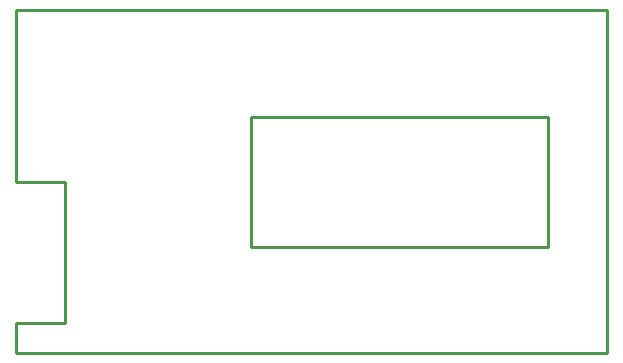
<source format=gbr>
G04*
G04 #@! TF.GenerationSoftware,Altium Limited,Altium Designer,23.6.0 (18)*
G04*
G04 Layer_Color=16711935*
%FSLAX25Y25*%
%MOIN*%
G70*
G04*
G04 #@! TF.SameCoordinates,6FA12667-0DF0-4BCD-80CE-5BD958C659C7*
G04*
G04*
G04 #@! TF.FilePolarity,Positive*
G04*
G01*
G75*
%ADD22C,0.01000*%
D22*
X78347Y35433D02*
Y78740D01*
Y35433D02*
X177165D01*
Y78740D01*
X78347D02*
X177165D01*
X0Y0D02*
Y9843D01*
Y57087D02*
Y114173D01*
X16142Y9843D02*
Y57087D01*
X0D02*
X16142D01*
X0Y9843D02*
X16142D01*
X0Y114173D02*
X196850D01*
Y0D02*
Y114173D01*
X0Y0D02*
X196850D01*
M02*

</source>
